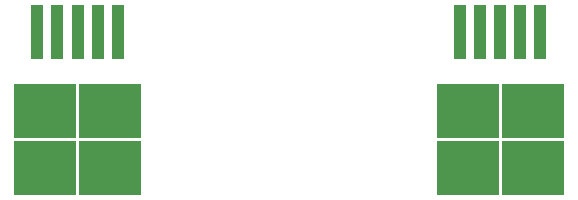
<source format=gtp>
G04 #@! TF.GenerationSoftware,KiCad,Pcbnew,(5.1.4)-1*
G04 #@! TF.CreationDate,2019-10-15T14:43:25+09:00*
G04 #@! TF.ProjectId,LME49600_HPA,4c4d4534-3936-4303-905f-4850412e6b69,rev?*
G04 #@! TF.SameCoordinates,Original*
G04 #@! TF.FileFunction,Paste,Top*
G04 #@! TF.FilePolarity,Positive*
%FSLAX46Y46*%
G04 Gerber Fmt 4.6, Leading zero omitted, Abs format (unit mm)*
G04 Created by KiCad (PCBNEW (5.1.4)-1) date 2019-10-15 14:43:25*
%MOMM*%
%LPD*%
G04 APERTURE LIST*
%ADD10R,5.250000X4.550000*%
%ADD11R,1.100000X4.600000*%
G04 APERTURE END LIST*
D10*
X129305000Y-107630000D03*
X134855000Y-112480000D03*
X134855000Y-107630000D03*
X129305000Y-112480000D03*
D11*
X128680000Y-100905000D03*
X130380000Y-100905000D03*
X132080000Y-100905000D03*
X133780000Y-100905000D03*
X135480000Y-100905000D03*
D10*
X165100000Y-107630000D03*
X170650000Y-112480000D03*
X170650000Y-107630000D03*
X165100000Y-112480000D03*
D11*
X164475000Y-100905000D03*
X166175000Y-100905000D03*
X167875000Y-100905000D03*
X169575000Y-100905000D03*
X171275000Y-100905000D03*
M02*

</source>
